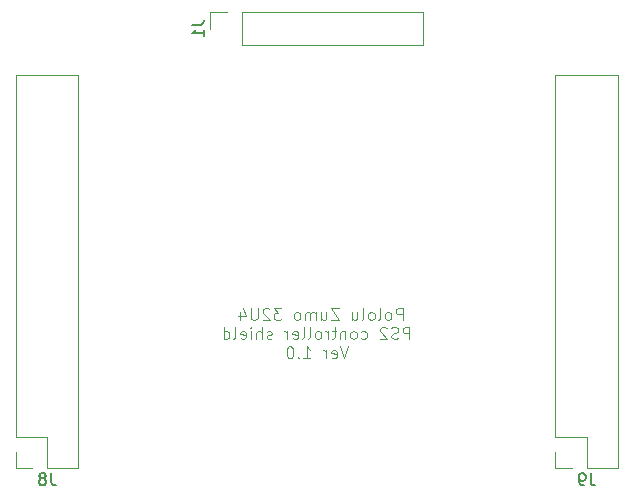
<source format=gbr>
%TF.GenerationSoftware,KiCad,Pcbnew,9.0.3*%
%TF.CreationDate,2025-07-27T20:55:45+02:00*%
%TF.ProjectId,Pololu Zumo 32U4 controller shield,506f6c6f-6c75-4205-9a75-6d6f20333255,rev?*%
%TF.SameCoordinates,Original*%
%TF.FileFunction,Legend,Bot*%
%TF.FilePolarity,Positive*%
%FSLAX46Y46*%
G04 Gerber Fmt 4.6, Leading zero omitted, Abs format (unit mm)*
G04 Created by KiCad (PCBNEW 9.0.3) date 2025-07-27 20:55:45*
%MOMM*%
%LPD*%
G01*
G04 APERTURE LIST*
%ADD10C,0.100000*%
%ADD11C,0.150000*%
%ADD12C,0.120000*%
G04 APERTURE END LIST*
D10*
X157285714Y-113847475D02*
X157285714Y-112847475D01*
X157285714Y-112847475D02*
X156904762Y-112847475D01*
X156904762Y-112847475D02*
X156809524Y-112895094D01*
X156809524Y-112895094D02*
X156761905Y-112942713D01*
X156761905Y-112942713D02*
X156714286Y-113037951D01*
X156714286Y-113037951D02*
X156714286Y-113180808D01*
X156714286Y-113180808D02*
X156761905Y-113276046D01*
X156761905Y-113276046D02*
X156809524Y-113323665D01*
X156809524Y-113323665D02*
X156904762Y-113371284D01*
X156904762Y-113371284D02*
X157285714Y-113371284D01*
X156142857Y-113847475D02*
X156238095Y-113799856D01*
X156238095Y-113799856D02*
X156285714Y-113752236D01*
X156285714Y-113752236D02*
X156333333Y-113656998D01*
X156333333Y-113656998D02*
X156333333Y-113371284D01*
X156333333Y-113371284D02*
X156285714Y-113276046D01*
X156285714Y-113276046D02*
X156238095Y-113228427D01*
X156238095Y-113228427D02*
X156142857Y-113180808D01*
X156142857Y-113180808D02*
X156000000Y-113180808D01*
X156000000Y-113180808D02*
X155904762Y-113228427D01*
X155904762Y-113228427D02*
X155857143Y-113276046D01*
X155857143Y-113276046D02*
X155809524Y-113371284D01*
X155809524Y-113371284D02*
X155809524Y-113656998D01*
X155809524Y-113656998D02*
X155857143Y-113752236D01*
X155857143Y-113752236D02*
X155904762Y-113799856D01*
X155904762Y-113799856D02*
X156000000Y-113847475D01*
X156000000Y-113847475D02*
X156142857Y-113847475D01*
X155238095Y-113847475D02*
X155333333Y-113799856D01*
X155333333Y-113799856D02*
X155380952Y-113704617D01*
X155380952Y-113704617D02*
X155380952Y-112847475D01*
X154714285Y-113847475D02*
X154809523Y-113799856D01*
X154809523Y-113799856D02*
X154857142Y-113752236D01*
X154857142Y-113752236D02*
X154904761Y-113656998D01*
X154904761Y-113656998D02*
X154904761Y-113371284D01*
X154904761Y-113371284D02*
X154857142Y-113276046D01*
X154857142Y-113276046D02*
X154809523Y-113228427D01*
X154809523Y-113228427D02*
X154714285Y-113180808D01*
X154714285Y-113180808D02*
X154571428Y-113180808D01*
X154571428Y-113180808D02*
X154476190Y-113228427D01*
X154476190Y-113228427D02*
X154428571Y-113276046D01*
X154428571Y-113276046D02*
X154380952Y-113371284D01*
X154380952Y-113371284D02*
X154380952Y-113656998D01*
X154380952Y-113656998D02*
X154428571Y-113752236D01*
X154428571Y-113752236D02*
X154476190Y-113799856D01*
X154476190Y-113799856D02*
X154571428Y-113847475D01*
X154571428Y-113847475D02*
X154714285Y-113847475D01*
X153809523Y-113847475D02*
X153904761Y-113799856D01*
X153904761Y-113799856D02*
X153952380Y-113704617D01*
X153952380Y-113704617D02*
X153952380Y-112847475D01*
X152999999Y-113180808D02*
X152999999Y-113847475D01*
X153428570Y-113180808D02*
X153428570Y-113704617D01*
X153428570Y-113704617D02*
X153380951Y-113799856D01*
X153380951Y-113799856D02*
X153285713Y-113847475D01*
X153285713Y-113847475D02*
X153142856Y-113847475D01*
X153142856Y-113847475D02*
X153047618Y-113799856D01*
X153047618Y-113799856D02*
X152999999Y-113752236D01*
X151857141Y-112847475D02*
X151190475Y-112847475D01*
X151190475Y-112847475D02*
X151857141Y-113847475D01*
X151857141Y-113847475D02*
X151190475Y-113847475D01*
X150380951Y-113180808D02*
X150380951Y-113847475D01*
X150809522Y-113180808D02*
X150809522Y-113704617D01*
X150809522Y-113704617D02*
X150761903Y-113799856D01*
X150761903Y-113799856D02*
X150666665Y-113847475D01*
X150666665Y-113847475D02*
X150523808Y-113847475D01*
X150523808Y-113847475D02*
X150428570Y-113799856D01*
X150428570Y-113799856D02*
X150380951Y-113752236D01*
X149904760Y-113847475D02*
X149904760Y-113180808D01*
X149904760Y-113276046D02*
X149857141Y-113228427D01*
X149857141Y-113228427D02*
X149761903Y-113180808D01*
X149761903Y-113180808D02*
X149619046Y-113180808D01*
X149619046Y-113180808D02*
X149523808Y-113228427D01*
X149523808Y-113228427D02*
X149476189Y-113323665D01*
X149476189Y-113323665D02*
X149476189Y-113847475D01*
X149476189Y-113323665D02*
X149428570Y-113228427D01*
X149428570Y-113228427D02*
X149333332Y-113180808D01*
X149333332Y-113180808D02*
X149190475Y-113180808D01*
X149190475Y-113180808D02*
X149095236Y-113228427D01*
X149095236Y-113228427D02*
X149047617Y-113323665D01*
X149047617Y-113323665D02*
X149047617Y-113847475D01*
X148428570Y-113847475D02*
X148523808Y-113799856D01*
X148523808Y-113799856D02*
X148571427Y-113752236D01*
X148571427Y-113752236D02*
X148619046Y-113656998D01*
X148619046Y-113656998D02*
X148619046Y-113371284D01*
X148619046Y-113371284D02*
X148571427Y-113276046D01*
X148571427Y-113276046D02*
X148523808Y-113228427D01*
X148523808Y-113228427D02*
X148428570Y-113180808D01*
X148428570Y-113180808D02*
X148285713Y-113180808D01*
X148285713Y-113180808D02*
X148190475Y-113228427D01*
X148190475Y-113228427D02*
X148142856Y-113276046D01*
X148142856Y-113276046D02*
X148095237Y-113371284D01*
X148095237Y-113371284D02*
X148095237Y-113656998D01*
X148095237Y-113656998D02*
X148142856Y-113752236D01*
X148142856Y-113752236D02*
X148190475Y-113799856D01*
X148190475Y-113799856D02*
X148285713Y-113847475D01*
X148285713Y-113847475D02*
X148428570Y-113847475D01*
X146999998Y-112847475D02*
X146380951Y-112847475D01*
X146380951Y-112847475D02*
X146714284Y-113228427D01*
X146714284Y-113228427D02*
X146571427Y-113228427D01*
X146571427Y-113228427D02*
X146476189Y-113276046D01*
X146476189Y-113276046D02*
X146428570Y-113323665D01*
X146428570Y-113323665D02*
X146380951Y-113418903D01*
X146380951Y-113418903D02*
X146380951Y-113656998D01*
X146380951Y-113656998D02*
X146428570Y-113752236D01*
X146428570Y-113752236D02*
X146476189Y-113799856D01*
X146476189Y-113799856D02*
X146571427Y-113847475D01*
X146571427Y-113847475D02*
X146857141Y-113847475D01*
X146857141Y-113847475D02*
X146952379Y-113799856D01*
X146952379Y-113799856D02*
X146999998Y-113752236D01*
X145999998Y-112942713D02*
X145952379Y-112895094D01*
X145952379Y-112895094D02*
X145857141Y-112847475D01*
X145857141Y-112847475D02*
X145619046Y-112847475D01*
X145619046Y-112847475D02*
X145523808Y-112895094D01*
X145523808Y-112895094D02*
X145476189Y-112942713D01*
X145476189Y-112942713D02*
X145428570Y-113037951D01*
X145428570Y-113037951D02*
X145428570Y-113133189D01*
X145428570Y-113133189D02*
X145476189Y-113276046D01*
X145476189Y-113276046D02*
X146047617Y-113847475D01*
X146047617Y-113847475D02*
X145428570Y-113847475D01*
X144999998Y-112847475D02*
X144999998Y-113656998D01*
X144999998Y-113656998D02*
X144952379Y-113752236D01*
X144952379Y-113752236D02*
X144904760Y-113799856D01*
X144904760Y-113799856D02*
X144809522Y-113847475D01*
X144809522Y-113847475D02*
X144619046Y-113847475D01*
X144619046Y-113847475D02*
X144523808Y-113799856D01*
X144523808Y-113799856D02*
X144476189Y-113752236D01*
X144476189Y-113752236D02*
X144428570Y-113656998D01*
X144428570Y-113656998D02*
X144428570Y-112847475D01*
X143523808Y-113180808D02*
X143523808Y-113847475D01*
X143761903Y-112799856D02*
X143999998Y-113514141D01*
X143999998Y-113514141D02*
X143380951Y-113514141D01*
X157857144Y-115457419D02*
X157857144Y-114457419D01*
X157857144Y-114457419D02*
X157476192Y-114457419D01*
X157476192Y-114457419D02*
X157380954Y-114505038D01*
X157380954Y-114505038D02*
X157333335Y-114552657D01*
X157333335Y-114552657D02*
X157285716Y-114647895D01*
X157285716Y-114647895D02*
X157285716Y-114790752D01*
X157285716Y-114790752D02*
X157333335Y-114885990D01*
X157333335Y-114885990D02*
X157380954Y-114933609D01*
X157380954Y-114933609D02*
X157476192Y-114981228D01*
X157476192Y-114981228D02*
X157857144Y-114981228D01*
X156904763Y-115409800D02*
X156761906Y-115457419D01*
X156761906Y-115457419D02*
X156523811Y-115457419D01*
X156523811Y-115457419D02*
X156428573Y-115409800D01*
X156428573Y-115409800D02*
X156380954Y-115362180D01*
X156380954Y-115362180D02*
X156333335Y-115266942D01*
X156333335Y-115266942D02*
X156333335Y-115171704D01*
X156333335Y-115171704D02*
X156380954Y-115076466D01*
X156380954Y-115076466D02*
X156428573Y-115028847D01*
X156428573Y-115028847D02*
X156523811Y-114981228D01*
X156523811Y-114981228D02*
X156714287Y-114933609D01*
X156714287Y-114933609D02*
X156809525Y-114885990D01*
X156809525Y-114885990D02*
X156857144Y-114838371D01*
X156857144Y-114838371D02*
X156904763Y-114743133D01*
X156904763Y-114743133D02*
X156904763Y-114647895D01*
X156904763Y-114647895D02*
X156857144Y-114552657D01*
X156857144Y-114552657D02*
X156809525Y-114505038D01*
X156809525Y-114505038D02*
X156714287Y-114457419D01*
X156714287Y-114457419D02*
X156476192Y-114457419D01*
X156476192Y-114457419D02*
X156333335Y-114505038D01*
X155952382Y-114552657D02*
X155904763Y-114505038D01*
X155904763Y-114505038D02*
X155809525Y-114457419D01*
X155809525Y-114457419D02*
X155571430Y-114457419D01*
X155571430Y-114457419D02*
X155476192Y-114505038D01*
X155476192Y-114505038D02*
X155428573Y-114552657D01*
X155428573Y-114552657D02*
X155380954Y-114647895D01*
X155380954Y-114647895D02*
X155380954Y-114743133D01*
X155380954Y-114743133D02*
X155428573Y-114885990D01*
X155428573Y-114885990D02*
X156000001Y-115457419D01*
X156000001Y-115457419D02*
X155380954Y-115457419D01*
X153761906Y-115409800D02*
X153857144Y-115457419D01*
X153857144Y-115457419D02*
X154047620Y-115457419D01*
X154047620Y-115457419D02*
X154142858Y-115409800D01*
X154142858Y-115409800D02*
X154190477Y-115362180D01*
X154190477Y-115362180D02*
X154238096Y-115266942D01*
X154238096Y-115266942D02*
X154238096Y-114981228D01*
X154238096Y-114981228D02*
X154190477Y-114885990D01*
X154190477Y-114885990D02*
X154142858Y-114838371D01*
X154142858Y-114838371D02*
X154047620Y-114790752D01*
X154047620Y-114790752D02*
X153857144Y-114790752D01*
X153857144Y-114790752D02*
X153761906Y-114838371D01*
X153190477Y-115457419D02*
X153285715Y-115409800D01*
X153285715Y-115409800D02*
X153333334Y-115362180D01*
X153333334Y-115362180D02*
X153380953Y-115266942D01*
X153380953Y-115266942D02*
X153380953Y-114981228D01*
X153380953Y-114981228D02*
X153333334Y-114885990D01*
X153333334Y-114885990D02*
X153285715Y-114838371D01*
X153285715Y-114838371D02*
X153190477Y-114790752D01*
X153190477Y-114790752D02*
X153047620Y-114790752D01*
X153047620Y-114790752D02*
X152952382Y-114838371D01*
X152952382Y-114838371D02*
X152904763Y-114885990D01*
X152904763Y-114885990D02*
X152857144Y-114981228D01*
X152857144Y-114981228D02*
X152857144Y-115266942D01*
X152857144Y-115266942D02*
X152904763Y-115362180D01*
X152904763Y-115362180D02*
X152952382Y-115409800D01*
X152952382Y-115409800D02*
X153047620Y-115457419D01*
X153047620Y-115457419D02*
X153190477Y-115457419D01*
X152428572Y-114790752D02*
X152428572Y-115457419D01*
X152428572Y-114885990D02*
X152380953Y-114838371D01*
X152380953Y-114838371D02*
X152285715Y-114790752D01*
X152285715Y-114790752D02*
X152142858Y-114790752D01*
X152142858Y-114790752D02*
X152047620Y-114838371D01*
X152047620Y-114838371D02*
X152000001Y-114933609D01*
X152000001Y-114933609D02*
X152000001Y-115457419D01*
X151666667Y-114790752D02*
X151285715Y-114790752D01*
X151523810Y-114457419D02*
X151523810Y-115314561D01*
X151523810Y-115314561D02*
X151476191Y-115409800D01*
X151476191Y-115409800D02*
X151380953Y-115457419D01*
X151380953Y-115457419D02*
X151285715Y-115457419D01*
X150952381Y-115457419D02*
X150952381Y-114790752D01*
X150952381Y-114981228D02*
X150904762Y-114885990D01*
X150904762Y-114885990D02*
X150857143Y-114838371D01*
X150857143Y-114838371D02*
X150761905Y-114790752D01*
X150761905Y-114790752D02*
X150666667Y-114790752D01*
X150190476Y-115457419D02*
X150285714Y-115409800D01*
X150285714Y-115409800D02*
X150333333Y-115362180D01*
X150333333Y-115362180D02*
X150380952Y-115266942D01*
X150380952Y-115266942D02*
X150380952Y-114981228D01*
X150380952Y-114981228D02*
X150333333Y-114885990D01*
X150333333Y-114885990D02*
X150285714Y-114838371D01*
X150285714Y-114838371D02*
X150190476Y-114790752D01*
X150190476Y-114790752D02*
X150047619Y-114790752D01*
X150047619Y-114790752D02*
X149952381Y-114838371D01*
X149952381Y-114838371D02*
X149904762Y-114885990D01*
X149904762Y-114885990D02*
X149857143Y-114981228D01*
X149857143Y-114981228D02*
X149857143Y-115266942D01*
X149857143Y-115266942D02*
X149904762Y-115362180D01*
X149904762Y-115362180D02*
X149952381Y-115409800D01*
X149952381Y-115409800D02*
X150047619Y-115457419D01*
X150047619Y-115457419D02*
X150190476Y-115457419D01*
X149285714Y-115457419D02*
X149380952Y-115409800D01*
X149380952Y-115409800D02*
X149428571Y-115314561D01*
X149428571Y-115314561D02*
X149428571Y-114457419D01*
X148761904Y-115457419D02*
X148857142Y-115409800D01*
X148857142Y-115409800D02*
X148904761Y-115314561D01*
X148904761Y-115314561D02*
X148904761Y-114457419D01*
X147999999Y-115409800D02*
X148095237Y-115457419D01*
X148095237Y-115457419D02*
X148285713Y-115457419D01*
X148285713Y-115457419D02*
X148380951Y-115409800D01*
X148380951Y-115409800D02*
X148428570Y-115314561D01*
X148428570Y-115314561D02*
X148428570Y-114933609D01*
X148428570Y-114933609D02*
X148380951Y-114838371D01*
X148380951Y-114838371D02*
X148285713Y-114790752D01*
X148285713Y-114790752D02*
X148095237Y-114790752D01*
X148095237Y-114790752D02*
X147999999Y-114838371D01*
X147999999Y-114838371D02*
X147952380Y-114933609D01*
X147952380Y-114933609D02*
X147952380Y-115028847D01*
X147952380Y-115028847D02*
X148428570Y-115124085D01*
X147523808Y-115457419D02*
X147523808Y-114790752D01*
X147523808Y-114981228D02*
X147476189Y-114885990D01*
X147476189Y-114885990D02*
X147428570Y-114838371D01*
X147428570Y-114838371D02*
X147333332Y-114790752D01*
X147333332Y-114790752D02*
X147238094Y-114790752D01*
X146190474Y-115409800D02*
X146095236Y-115457419D01*
X146095236Y-115457419D02*
X145904760Y-115457419D01*
X145904760Y-115457419D02*
X145809522Y-115409800D01*
X145809522Y-115409800D02*
X145761903Y-115314561D01*
X145761903Y-115314561D02*
X145761903Y-115266942D01*
X145761903Y-115266942D02*
X145809522Y-115171704D01*
X145809522Y-115171704D02*
X145904760Y-115124085D01*
X145904760Y-115124085D02*
X146047617Y-115124085D01*
X146047617Y-115124085D02*
X146142855Y-115076466D01*
X146142855Y-115076466D02*
X146190474Y-114981228D01*
X146190474Y-114981228D02*
X146190474Y-114933609D01*
X146190474Y-114933609D02*
X146142855Y-114838371D01*
X146142855Y-114838371D02*
X146047617Y-114790752D01*
X146047617Y-114790752D02*
X145904760Y-114790752D01*
X145904760Y-114790752D02*
X145809522Y-114838371D01*
X145333331Y-115457419D02*
X145333331Y-114457419D01*
X144904760Y-115457419D02*
X144904760Y-114933609D01*
X144904760Y-114933609D02*
X144952379Y-114838371D01*
X144952379Y-114838371D02*
X145047617Y-114790752D01*
X145047617Y-114790752D02*
X145190474Y-114790752D01*
X145190474Y-114790752D02*
X145285712Y-114838371D01*
X145285712Y-114838371D02*
X145333331Y-114885990D01*
X144428569Y-115457419D02*
X144428569Y-114790752D01*
X144428569Y-114457419D02*
X144476188Y-114505038D01*
X144476188Y-114505038D02*
X144428569Y-114552657D01*
X144428569Y-114552657D02*
X144380950Y-114505038D01*
X144380950Y-114505038D02*
X144428569Y-114457419D01*
X144428569Y-114457419D02*
X144428569Y-114552657D01*
X143571427Y-115409800D02*
X143666665Y-115457419D01*
X143666665Y-115457419D02*
X143857141Y-115457419D01*
X143857141Y-115457419D02*
X143952379Y-115409800D01*
X143952379Y-115409800D02*
X143999998Y-115314561D01*
X143999998Y-115314561D02*
X143999998Y-114933609D01*
X143999998Y-114933609D02*
X143952379Y-114838371D01*
X143952379Y-114838371D02*
X143857141Y-114790752D01*
X143857141Y-114790752D02*
X143666665Y-114790752D01*
X143666665Y-114790752D02*
X143571427Y-114838371D01*
X143571427Y-114838371D02*
X143523808Y-114933609D01*
X143523808Y-114933609D02*
X143523808Y-115028847D01*
X143523808Y-115028847D02*
X143999998Y-115124085D01*
X142952379Y-115457419D02*
X143047617Y-115409800D01*
X143047617Y-115409800D02*
X143095236Y-115314561D01*
X143095236Y-115314561D02*
X143095236Y-114457419D01*
X142142855Y-115457419D02*
X142142855Y-114457419D01*
X142142855Y-115409800D02*
X142238093Y-115457419D01*
X142238093Y-115457419D02*
X142428569Y-115457419D01*
X142428569Y-115457419D02*
X142523807Y-115409800D01*
X142523807Y-115409800D02*
X142571426Y-115362180D01*
X142571426Y-115362180D02*
X142619045Y-115266942D01*
X142619045Y-115266942D02*
X142619045Y-114981228D01*
X142619045Y-114981228D02*
X142571426Y-114885990D01*
X142571426Y-114885990D02*
X142523807Y-114838371D01*
X142523807Y-114838371D02*
X142428569Y-114790752D01*
X142428569Y-114790752D02*
X142238093Y-114790752D01*
X142238093Y-114790752D02*
X142142855Y-114838371D01*
X152642856Y-116067363D02*
X152309523Y-117067363D01*
X152309523Y-117067363D02*
X151976190Y-116067363D01*
X151261904Y-117019744D02*
X151357142Y-117067363D01*
X151357142Y-117067363D02*
X151547618Y-117067363D01*
X151547618Y-117067363D02*
X151642856Y-117019744D01*
X151642856Y-117019744D02*
X151690475Y-116924505D01*
X151690475Y-116924505D02*
X151690475Y-116543553D01*
X151690475Y-116543553D02*
X151642856Y-116448315D01*
X151642856Y-116448315D02*
X151547618Y-116400696D01*
X151547618Y-116400696D02*
X151357142Y-116400696D01*
X151357142Y-116400696D02*
X151261904Y-116448315D01*
X151261904Y-116448315D02*
X151214285Y-116543553D01*
X151214285Y-116543553D02*
X151214285Y-116638791D01*
X151214285Y-116638791D02*
X151690475Y-116734029D01*
X150785713Y-117067363D02*
X150785713Y-116400696D01*
X150785713Y-116591172D02*
X150738094Y-116495934D01*
X150738094Y-116495934D02*
X150690475Y-116448315D01*
X150690475Y-116448315D02*
X150595237Y-116400696D01*
X150595237Y-116400696D02*
X150499999Y-116400696D01*
X148880951Y-117067363D02*
X149452379Y-117067363D01*
X149166665Y-117067363D02*
X149166665Y-116067363D01*
X149166665Y-116067363D02*
X149261903Y-116210220D01*
X149261903Y-116210220D02*
X149357141Y-116305458D01*
X149357141Y-116305458D02*
X149452379Y-116353077D01*
X148452379Y-116972124D02*
X148404760Y-117019744D01*
X148404760Y-117019744D02*
X148452379Y-117067363D01*
X148452379Y-117067363D02*
X148499998Y-117019744D01*
X148499998Y-117019744D02*
X148452379Y-116972124D01*
X148452379Y-116972124D02*
X148452379Y-117067363D01*
X147785713Y-116067363D02*
X147690475Y-116067363D01*
X147690475Y-116067363D02*
X147595237Y-116114982D01*
X147595237Y-116114982D02*
X147547618Y-116162601D01*
X147547618Y-116162601D02*
X147499999Y-116257839D01*
X147499999Y-116257839D02*
X147452380Y-116448315D01*
X147452380Y-116448315D02*
X147452380Y-116686410D01*
X147452380Y-116686410D02*
X147499999Y-116876886D01*
X147499999Y-116876886D02*
X147547618Y-116972124D01*
X147547618Y-116972124D02*
X147595237Y-117019744D01*
X147595237Y-117019744D02*
X147690475Y-117067363D01*
X147690475Y-117067363D02*
X147785713Y-117067363D01*
X147785713Y-117067363D02*
X147880951Y-117019744D01*
X147880951Y-117019744D02*
X147928570Y-116972124D01*
X147928570Y-116972124D02*
X147976189Y-116876886D01*
X147976189Y-116876886D02*
X148023808Y-116686410D01*
X148023808Y-116686410D02*
X148023808Y-116448315D01*
X148023808Y-116448315D02*
X147976189Y-116257839D01*
X147976189Y-116257839D02*
X147928570Y-116162601D01*
X147928570Y-116162601D02*
X147880951Y-116114982D01*
X147880951Y-116114982D02*
X147785713Y-116067363D01*
D11*
X173193333Y-126834819D02*
X173193333Y-127549104D01*
X173193333Y-127549104D02*
X173240952Y-127691961D01*
X173240952Y-127691961D02*
X173336190Y-127787200D01*
X173336190Y-127787200D02*
X173479047Y-127834819D01*
X173479047Y-127834819D02*
X173574285Y-127834819D01*
X172669523Y-127834819D02*
X172479047Y-127834819D01*
X172479047Y-127834819D02*
X172383809Y-127787200D01*
X172383809Y-127787200D02*
X172336190Y-127739580D01*
X172336190Y-127739580D02*
X172240952Y-127596723D01*
X172240952Y-127596723D02*
X172193333Y-127406247D01*
X172193333Y-127406247D02*
X172193333Y-127025295D01*
X172193333Y-127025295D02*
X172240952Y-126930057D01*
X172240952Y-126930057D02*
X172288571Y-126882438D01*
X172288571Y-126882438D02*
X172383809Y-126834819D01*
X172383809Y-126834819D02*
X172574285Y-126834819D01*
X172574285Y-126834819D02*
X172669523Y-126882438D01*
X172669523Y-126882438D02*
X172717142Y-126930057D01*
X172717142Y-126930057D02*
X172764761Y-127025295D01*
X172764761Y-127025295D02*
X172764761Y-127263390D01*
X172764761Y-127263390D02*
X172717142Y-127358628D01*
X172717142Y-127358628D02*
X172669523Y-127406247D01*
X172669523Y-127406247D02*
X172574285Y-127453866D01*
X172574285Y-127453866D02*
X172383809Y-127453866D01*
X172383809Y-127453866D02*
X172288571Y-127406247D01*
X172288571Y-127406247D02*
X172240952Y-127358628D01*
X172240952Y-127358628D02*
X172193333Y-127263390D01*
X127513333Y-126834819D02*
X127513333Y-127549104D01*
X127513333Y-127549104D02*
X127560952Y-127691961D01*
X127560952Y-127691961D02*
X127656190Y-127787200D01*
X127656190Y-127787200D02*
X127799047Y-127834819D01*
X127799047Y-127834819D02*
X127894285Y-127834819D01*
X126894285Y-127263390D02*
X126989523Y-127215771D01*
X126989523Y-127215771D02*
X127037142Y-127168152D01*
X127037142Y-127168152D02*
X127084761Y-127072914D01*
X127084761Y-127072914D02*
X127084761Y-127025295D01*
X127084761Y-127025295D02*
X127037142Y-126930057D01*
X127037142Y-126930057D02*
X126989523Y-126882438D01*
X126989523Y-126882438D02*
X126894285Y-126834819D01*
X126894285Y-126834819D02*
X126703809Y-126834819D01*
X126703809Y-126834819D02*
X126608571Y-126882438D01*
X126608571Y-126882438D02*
X126560952Y-126930057D01*
X126560952Y-126930057D02*
X126513333Y-127025295D01*
X126513333Y-127025295D02*
X126513333Y-127072914D01*
X126513333Y-127072914D02*
X126560952Y-127168152D01*
X126560952Y-127168152D02*
X126608571Y-127215771D01*
X126608571Y-127215771D02*
X126703809Y-127263390D01*
X126703809Y-127263390D02*
X126894285Y-127263390D01*
X126894285Y-127263390D02*
X126989523Y-127311009D01*
X126989523Y-127311009D02*
X127037142Y-127358628D01*
X127037142Y-127358628D02*
X127084761Y-127453866D01*
X127084761Y-127453866D02*
X127084761Y-127644342D01*
X127084761Y-127644342D02*
X127037142Y-127739580D01*
X127037142Y-127739580D02*
X126989523Y-127787200D01*
X126989523Y-127787200D02*
X126894285Y-127834819D01*
X126894285Y-127834819D02*
X126703809Y-127834819D01*
X126703809Y-127834819D02*
X126608571Y-127787200D01*
X126608571Y-127787200D02*
X126560952Y-127739580D01*
X126560952Y-127739580D02*
X126513333Y-127644342D01*
X126513333Y-127644342D02*
X126513333Y-127453866D01*
X126513333Y-127453866D02*
X126560952Y-127358628D01*
X126560952Y-127358628D02*
X126608571Y-127311009D01*
X126608571Y-127311009D02*
X126703809Y-127263390D01*
X139454819Y-88836666D02*
X140169104Y-88836666D01*
X140169104Y-88836666D02*
X140311961Y-88789047D01*
X140311961Y-88789047D02*
X140407200Y-88693809D01*
X140407200Y-88693809D02*
X140454819Y-88550952D01*
X140454819Y-88550952D02*
X140454819Y-88455714D01*
X140454819Y-89836666D02*
X140454819Y-89265238D01*
X140454819Y-89550952D02*
X139454819Y-89550952D01*
X139454819Y-89550952D02*
X139597676Y-89455714D01*
X139597676Y-89455714D02*
X139692914Y-89360476D01*
X139692914Y-89360476D02*
X139740533Y-89265238D01*
D12*
%TO.C,J9*%
X170210000Y-126380000D02*
X171590000Y-126380000D01*
X170210000Y-125000000D02*
X170210000Y-126380000D01*
X170210000Y-123730000D02*
X170210000Y-93140000D01*
X170210000Y-123730000D02*
X172860000Y-123730000D01*
X170210000Y-93140000D02*
X175510000Y-93140000D01*
X172860000Y-126380000D02*
X175510000Y-126380000D01*
X172860000Y-123730000D02*
X172860000Y-126380000D01*
X175510000Y-126380000D02*
X175510000Y-93140000D01*
%TO.C,J8*%
X124530000Y-126380000D02*
X125910000Y-126380000D01*
X124530000Y-125000000D02*
X124530000Y-126380000D01*
X124530000Y-123730000D02*
X124530000Y-93140000D01*
X124530000Y-123730000D02*
X127180000Y-123730000D01*
X124530000Y-93140000D02*
X129830000Y-93140000D01*
X127180000Y-126380000D02*
X129830000Y-126380000D01*
X127180000Y-123730000D02*
X127180000Y-126380000D01*
X129830000Y-126380000D02*
X129830000Y-93140000D01*
%TO.C,J1*%
X141000000Y-87790000D02*
X141000000Y-89170000D01*
X142380000Y-87790000D02*
X141000000Y-87790000D01*
X143650000Y-87790000D02*
X159000000Y-87790000D01*
X143650000Y-87790000D02*
X143650000Y-90550000D01*
X159000000Y-87790000D02*
X159000000Y-90550000D01*
X143650000Y-90550000D02*
X159000000Y-90550000D01*
%TD*%
M02*

</source>
